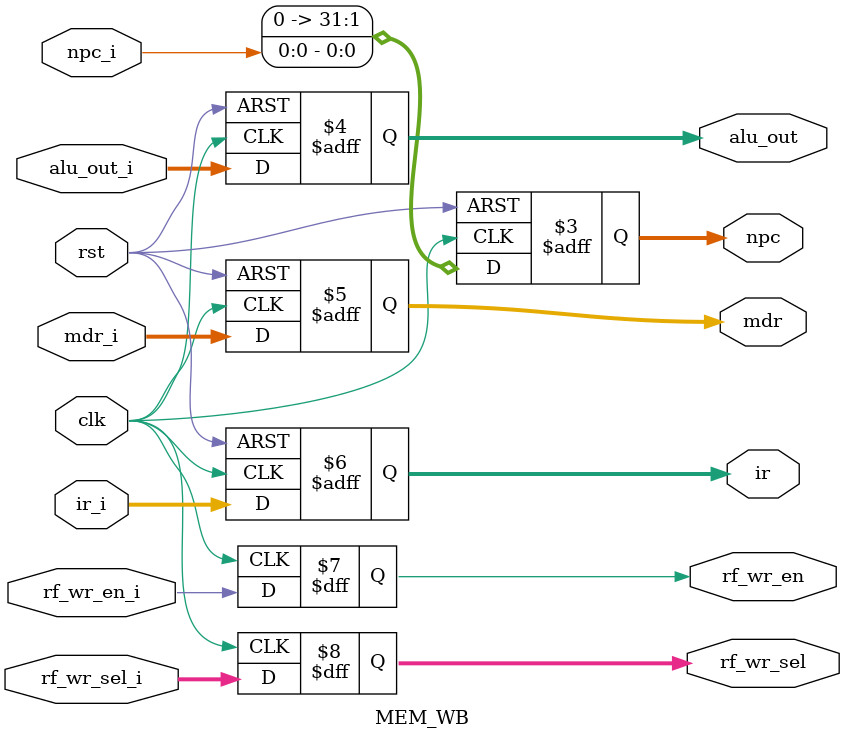
<source format=v>
`timescale 1ns / 1ps


module MEM_WB
    (
    input clk,
    input rst,
    input npc_i,
    input [31:0] alu_out_i,
    input [31:0] mdr_i,
    input [31:0] ir_i,
    output reg [31:0] npc,
    output reg [31:0] alu_out,
    output reg [31:0] mdr,
    output reg [31:0] ir,
    
    // CONRTOLLER_WB
    input rf_wr_en_i,
    input [1:0] rf_wr_sel_i,
    output reg rf_wr_en,
    output reg [1:0] rf_wr_sel
    );
    
    // CONTROLLER_WB
    always@(posedge clk) begin
        rf_wr_en <= rf_wr_en_i;
        rf_wr_sel <= rf_wr_sel_i;
    end
    
    always@(posedge clk or posedge rst) begin
        if (rst) begin
            mdr <= 32'h8000_0000;
            alu_out <= 32'h12345678;
            ir <= 32'h0;
            npc <= 32'h80000000;
        end
        else begin
            mdr <= mdr_i;
            alu_out <= alu_out_i;
            ir <= ir_i;
            npc <= npc_i;
        end
    end
endmodule

</source>
